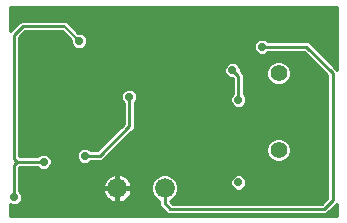
<source format=gbl>
G75*
%MOIN*%
%OFA0B0*%
%FSLAX25Y25*%
%IPPOS*%
%LPD*%
%AMOC8*
5,1,8,0,0,1.08239X$1,22.5*
%
%ADD10C,0.06600*%
%ADD11C,0.05543*%
%ADD12C,0.02800*%
%ADD13C,0.01000*%
%ADD14C,0.00800*%
D10*
X0046091Y0022509D03*
X0061839Y0022509D03*
D11*
X0099831Y0035265D03*
X0099831Y0060855D03*
D12*
X0094320Y0069713D03*
X0084477Y0061839D03*
X0086446Y0051997D03*
X0079556Y0048060D03*
X0098257Y0027391D03*
X0086446Y0024438D03*
X0050028Y0052981D03*
X0044123Y0066761D03*
X0033335Y0071682D03*
X0017548Y0069713D03*
X0017548Y0044123D03*
X0021485Y0031328D03*
X0027391Y0023454D03*
X0035265Y0033296D03*
X0011643Y0019517D03*
D13*
X0010237Y0017176D02*
X0010237Y0013190D01*
X0119347Y0013190D01*
X0119347Y0017392D01*
X0116789Y0014834D01*
X0116789Y0014834D01*
X0115735Y0013780D01*
X0063062Y0013780D01*
X0061094Y0015748D01*
X0060039Y0016802D01*
X0060039Y0018275D01*
X0059234Y0018609D01*
X0057940Y0019903D01*
X0057239Y0021594D01*
X0057239Y0023424D01*
X0057940Y0025114D01*
X0059234Y0026408D01*
X0060924Y0027109D01*
X0062754Y0027109D01*
X0064445Y0026408D01*
X0065739Y0025114D01*
X0066439Y0023424D01*
X0066439Y0021594D01*
X0065739Y0019903D01*
X0064445Y0018609D01*
X0063652Y0018281D01*
X0064553Y0017380D01*
X0114243Y0017380D01*
X0116142Y0019278D01*
X0116142Y0060110D01*
X0108338Y0067913D01*
X0096338Y0067913D01*
X0095849Y0067424D01*
X0094857Y0067013D01*
X0093783Y0067013D01*
X0092790Y0067424D01*
X0092031Y0068184D01*
X0091620Y0069176D01*
X0091620Y0070250D01*
X0092031Y0071243D01*
X0092790Y0072002D01*
X0093783Y0072413D01*
X0094857Y0072413D01*
X0095849Y0072002D01*
X0096338Y0071513D01*
X0109829Y0071513D01*
X0119347Y0061995D01*
X0119347Y0082930D01*
X0010237Y0082930D01*
X0010237Y0074790D01*
X0010897Y0075450D01*
X0013850Y0078403D01*
X0029120Y0078403D01*
X0030175Y0077349D01*
X0030175Y0077207D01*
X0033000Y0074382D01*
X0033872Y0074382D01*
X0034865Y0073971D01*
X0035624Y0073211D01*
X0036035Y0072219D01*
X0036035Y0071145D01*
X0035624Y0070152D01*
X0034865Y0069393D01*
X0033872Y0068982D01*
X0032798Y0068982D01*
X0031806Y0069393D01*
X0031046Y0070152D01*
X0030635Y0071145D01*
X0030635Y0071938D01*
X0027771Y0074803D01*
X0015341Y0074803D01*
X0013443Y0072905D01*
X0013443Y0033128D01*
X0019467Y0033128D01*
X0019956Y0033616D01*
X0020948Y0034028D01*
X0022022Y0034028D01*
X0023014Y0033616D01*
X0023774Y0032857D01*
X0024185Y0031865D01*
X0024185Y0030790D01*
X0023774Y0029798D01*
X0023014Y0029039D01*
X0022022Y0028628D01*
X0020948Y0028628D01*
X0019956Y0029039D01*
X0019467Y0029528D01*
X0013443Y0029528D01*
X0013443Y0021535D01*
X0013931Y0021046D01*
X0014343Y0020054D01*
X0014343Y0018979D01*
X0013931Y0017987D01*
X0013172Y0017228D01*
X0012180Y0016817D01*
X0011105Y0016817D01*
X0010237Y0017176D01*
X0010237Y0016678D02*
X0060164Y0016678D01*
X0060039Y0017676D02*
X0013621Y0017676D01*
X0014216Y0018675D02*
X0043202Y0018675D01*
X0042964Y0018847D02*
X0043576Y0018403D01*
X0044249Y0018060D01*
X0044967Y0017827D01*
X0045714Y0017709D01*
X0045804Y0017709D01*
X0045804Y0022221D01*
X0046379Y0022221D01*
X0046379Y0022796D01*
X0050891Y0022796D01*
X0050891Y0022886D01*
X0050773Y0023633D01*
X0050540Y0024351D01*
X0050197Y0025024D01*
X0049753Y0025636D01*
X0049218Y0026170D01*
X0048607Y0026614D01*
X0047934Y0026957D01*
X0047215Y0027190D01*
X0046469Y0027309D01*
X0046379Y0027309D01*
X0046379Y0022796D01*
X0045804Y0022796D01*
X0045804Y0022221D01*
X0041291Y0022221D01*
X0041291Y0022131D01*
X0041410Y0021385D01*
X0041643Y0020666D01*
X0041986Y0019993D01*
X0042430Y0019382D01*
X0042964Y0018847D01*
X0042218Y0019673D02*
X0014343Y0019673D01*
X0014086Y0020672D02*
X0041641Y0020672D01*
X0041364Y0021670D02*
X0013443Y0021670D01*
X0013443Y0022669D02*
X0045804Y0022669D01*
X0045804Y0022796D02*
X0041291Y0022796D01*
X0041291Y0022886D01*
X0041410Y0023633D01*
X0041643Y0024351D01*
X0041986Y0025024D01*
X0042430Y0025636D01*
X0042964Y0026170D01*
X0043576Y0026614D01*
X0044249Y0026957D01*
X0044967Y0027190D01*
X0045714Y0027309D01*
X0045804Y0027309D01*
X0045804Y0022796D01*
X0046379Y0022669D02*
X0057239Y0022669D01*
X0057239Y0021670D02*
X0050818Y0021670D01*
X0050773Y0021385D02*
X0050891Y0022131D01*
X0050891Y0022221D01*
X0046379Y0022221D01*
X0046379Y0017709D01*
X0046469Y0017709D01*
X0047215Y0017827D01*
X0047934Y0018060D01*
X0048607Y0018403D01*
X0049218Y0018847D01*
X0049753Y0019382D01*
X0050197Y0019993D01*
X0050540Y0020666D01*
X0050773Y0021385D01*
X0050542Y0020672D02*
X0057621Y0020672D01*
X0058169Y0019673D02*
X0049965Y0019673D01*
X0048981Y0018675D02*
X0059168Y0018675D01*
X0061839Y0017548D02*
X0061839Y0022509D01*
X0066058Y0020672D02*
X0116142Y0020672D01*
X0116142Y0021670D02*
X0066439Y0021670D01*
X0066439Y0022669D02*
X0084396Y0022669D01*
X0084157Y0022908D02*
X0084916Y0022149D01*
X0085909Y0021738D01*
X0086983Y0021738D01*
X0087975Y0022149D01*
X0088735Y0022908D01*
X0089146Y0023901D01*
X0089146Y0024975D01*
X0088735Y0025967D01*
X0087975Y0026727D01*
X0086983Y0027138D01*
X0085909Y0027138D01*
X0084916Y0026727D01*
X0084157Y0025967D01*
X0083746Y0024975D01*
X0083746Y0023901D01*
X0084157Y0022908D01*
X0083842Y0023667D02*
X0066338Y0023667D01*
X0065925Y0024666D02*
X0083746Y0024666D01*
X0084031Y0025664D02*
X0065189Y0025664D01*
X0063830Y0026663D02*
X0084852Y0026663D01*
X0088039Y0026663D02*
X0116142Y0026663D01*
X0116142Y0027661D02*
X0013443Y0027661D01*
X0013443Y0026663D02*
X0043672Y0026663D01*
X0042459Y0025664D02*
X0013443Y0025664D01*
X0013443Y0024666D02*
X0041803Y0024666D01*
X0041421Y0023667D02*
X0013443Y0023667D01*
X0011643Y0019517D02*
X0011643Y0030343D01*
X0012627Y0031328D01*
X0021485Y0031328D01*
X0023858Y0032654D02*
X0032608Y0032654D01*
X0032565Y0032759D02*
X0032976Y0031767D01*
X0033735Y0031007D01*
X0034727Y0030596D01*
X0035802Y0030596D01*
X0036794Y0031007D01*
X0037283Y0031496D01*
X0040931Y0031496D01*
X0050774Y0041339D01*
X0051828Y0042393D01*
X0051828Y0050963D01*
X0052317Y0051452D01*
X0052728Y0052444D01*
X0052728Y0053518D01*
X0052317Y0054511D01*
X0051558Y0055270D01*
X0050565Y0055681D01*
X0049491Y0055681D01*
X0048499Y0055270D01*
X0047739Y0054511D01*
X0047328Y0053518D01*
X0047328Y0052444D01*
X0047739Y0051452D01*
X0048228Y0050963D01*
X0048228Y0043884D01*
X0039440Y0035096D01*
X0037283Y0035096D01*
X0036794Y0035585D01*
X0035802Y0035996D01*
X0034727Y0035996D01*
X0033735Y0035585D01*
X0032976Y0034825D01*
X0032565Y0033833D01*
X0032565Y0032759D01*
X0032565Y0033653D02*
X0022927Y0033653D01*
X0020043Y0033653D02*
X0013443Y0033653D01*
X0013443Y0034651D02*
X0032903Y0034651D01*
X0033891Y0035650D02*
X0013443Y0035650D01*
X0013443Y0036648D02*
X0040992Y0036648D01*
X0039994Y0035650D02*
X0036638Y0035650D01*
X0035265Y0033296D02*
X0040186Y0033296D01*
X0050028Y0043139D01*
X0050028Y0052981D01*
X0047667Y0051626D02*
X0013443Y0051626D01*
X0013443Y0052624D02*
X0047328Y0052624D01*
X0047372Y0053623D02*
X0013443Y0053623D01*
X0013443Y0054621D02*
X0047850Y0054621D01*
X0049343Y0055620D02*
X0013443Y0055620D01*
X0013443Y0056618D02*
X0084646Y0056618D01*
X0084646Y0055620D02*
X0050713Y0055620D01*
X0052207Y0054621D02*
X0084646Y0054621D01*
X0084646Y0054015D02*
X0084157Y0053526D01*
X0083746Y0052534D01*
X0083746Y0051460D01*
X0084157Y0050467D01*
X0084916Y0049708D01*
X0085909Y0049297D01*
X0086983Y0049297D01*
X0087975Y0049708D01*
X0088735Y0050467D01*
X0089146Y0051460D01*
X0089146Y0052534D01*
X0088735Y0053526D01*
X0088246Y0054015D01*
X0088246Y0060616D01*
X0087177Y0061685D01*
X0087177Y0062376D01*
X0086766Y0063369D01*
X0086007Y0064128D01*
X0085014Y0064539D01*
X0083940Y0064539D01*
X0082948Y0064128D01*
X0082188Y0063369D01*
X0081777Y0062376D01*
X0081777Y0061302D01*
X0082188Y0060310D01*
X0082948Y0059550D01*
X0083940Y0059139D01*
X0084632Y0059139D01*
X0084646Y0059125D01*
X0084646Y0054015D01*
X0084253Y0053623D02*
X0052685Y0053623D01*
X0052728Y0052624D02*
X0083783Y0052624D01*
X0083746Y0051626D02*
X0052389Y0051626D01*
X0051828Y0050627D02*
X0084091Y0050627D01*
X0085107Y0049629D02*
X0051828Y0049629D01*
X0051828Y0048630D02*
X0116142Y0048630D01*
X0116142Y0047632D02*
X0051828Y0047632D01*
X0051828Y0046633D02*
X0116142Y0046633D01*
X0116142Y0045635D02*
X0051828Y0045635D01*
X0051828Y0044636D02*
X0116142Y0044636D01*
X0116142Y0043638D02*
X0051828Y0043638D01*
X0051828Y0042639D02*
X0116142Y0042639D01*
X0116142Y0041641D02*
X0051076Y0041641D01*
X0050077Y0040642D02*
X0116142Y0040642D01*
X0116142Y0039644D02*
X0049079Y0039644D01*
X0048080Y0038645D02*
X0097454Y0038645D01*
X0097525Y0038716D02*
X0096380Y0037571D01*
X0095760Y0036074D01*
X0095760Y0034455D01*
X0096380Y0032958D01*
X0097525Y0031813D01*
X0099022Y0031193D01*
X0100641Y0031193D01*
X0102138Y0031813D01*
X0103283Y0032958D01*
X0103903Y0034455D01*
X0103903Y0036074D01*
X0103283Y0037571D01*
X0102138Y0038716D01*
X0100641Y0039336D01*
X0099022Y0039336D01*
X0097525Y0038716D01*
X0096455Y0037647D02*
X0047082Y0037647D01*
X0046083Y0036648D02*
X0095997Y0036648D01*
X0095760Y0035650D02*
X0045085Y0035650D01*
X0044086Y0034651D02*
X0095760Y0034651D01*
X0096092Y0033653D02*
X0043088Y0033653D01*
X0042089Y0032654D02*
X0096684Y0032654D01*
X0097905Y0031656D02*
X0041091Y0031656D01*
X0035949Y0030657D02*
X0116142Y0030657D01*
X0116142Y0029659D02*
X0023634Y0029659D01*
X0024130Y0030657D02*
X0034580Y0030657D01*
X0033087Y0031656D02*
X0024185Y0031656D01*
X0022100Y0028660D02*
X0116142Y0028660D01*
X0116142Y0031656D02*
X0101758Y0031656D01*
X0102979Y0032654D02*
X0116142Y0032654D01*
X0116142Y0033653D02*
X0103571Y0033653D01*
X0103903Y0034651D02*
X0116142Y0034651D01*
X0116142Y0035650D02*
X0103903Y0035650D01*
X0103666Y0036648D02*
X0116142Y0036648D01*
X0116142Y0037647D02*
X0103208Y0037647D01*
X0102209Y0038645D02*
X0116142Y0038645D01*
X0116142Y0049629D02*
X0087784Y0049629D01*
X0088801Y0050627D02*
X0116142Y0050627D01*
X0116142Y0051626D02*
X0089146Y0051626D01*
X0089108Y0052624D02*
X0116142Y0052624D01*
X0116142Y0053623D02*
X0088638Y0053623D01*
X0088246Y0054621D02*
X0116142Y0054621D01*
X0116142Y0055620D02*
X0088246Y0055620D01*
X0088246Y0056618D02*
X0116142Y0056618D01*
X0116142Y0057617D02*
X0102351Y0057617D01*
X0102138Y0057403D02*
X0103283Y0058549D01*
X0103903Y0060045D01*
X0103903Y0061665D01*
X0103283Y0063162D01*
X0102138Y0064307D01*
X0100641Y0064927D01*
X0099022Y0064927D01*
X0097525Y0064307D01*
X0096380Y0063162D01*
X0095760Y0061665D01*
X0095760Y0060045D01*
X0096380Y0058549D01*
X0097525Y0057403D01*
X0099022Y0056783D01*
X0100641Y0056783D01*
X0102138Y0057403D01*
X0103311Y0058615D02*
X0116142Y0058615D01*
X0116142Y0059614D02*
X0103724Y0059614D01*
X0103903Y0060612D02*
X0115639Y0060612D01*
X0114640Y0061611D02*
X0103903Y0061611D01*
X0103512Y0062609D02*
X0113642Y0062609D01*
X0112643Y0063608D02*
X0102837Y0063608D01*
X0101415Y0064606D02*
X0111645Y0064606D01*
X0110646Y0065605D02*
X0013443Y0065605D01*
X0013443Y0066603D02*
X0109648Y0066603D01*
X0108649Y0067602D02*
X0096027Y0067602D01*
X0094320Y0069713D02*
X0109083Y0069713D01*
X0117942Y0060855D01*
X0117942Y0018532D01*
X0114989Y0015580D01*
X0063808Y0015580D01*
X0061839Y0017548D01*
X0064257Y0017676D02*
X0114540Y0017676D01*
X0115539Y0018675D02*
X0064511Y0018675D01*
X0065509Y0019673D02*
X0116142Y0019673D01*
X0116142Y0022669D02*
X0088495Y0022669D01*
X0089049Y0023667D02*
X0116142Y0023667D01*
X0116142Y0024666D02*
X0089146Y0024666D01*
X0088860Y0025664D02*
X0116142Y0025664D01*
X0118633Y0016678D02*
X0119347Y0016678D01*
X0119347Y0015679D02*
X0117634Y0015679D01*
X0116636Y0014681D02*
X0119347Y0014681D01*
X0119347Y0013682D02*
X0010237Y0013682D01*
X0010237Y0014681D02*
X0062161Y0014681D01*
X0061162Y0015679D02*
X0010237Y0015679D01*
X0013443Y0028660D02*
X0020870Y0028660D01*
X0012627Y0031328D02*
X0011643Y0032312D01*
X0011643Y0073650D01*
X0014595Y0076603D01*
X0028375Y0076603D01*
X0029936Y0077587D02*
X0119347Y0077587D01*
X0119347Y0076589D02*
X0030794Y0076589D01*
X0031792Y0075590D02*
X0119347Y0075590D01*
X0119347Y0074592D02*
X0032791Y0074592D01*
X0035243Y0073593D02*
X0119347Y0073593D01*
X0119347Y0072594D02*
X0035880Y0072594D01*
X0036035Y0071596D02*
X0092384Y0071596D01*
X0091763Y0070597D02*
X0035809Y0070597D01*
X0035071Y0069599D02*
X0091620Y0069599D01*
X0091858Y0068600D02*
X0013443Y0068600D01*
X0013443Y0067602D02*
X0092613Y0067602D01*
X0096255Y0071596D02*
X0119347Y0071596D01*
X0119347Y0070597D02*
X0110745Y0070597D01*
X0111743Y0069599D02*
X0119347Y0069599D01*
X0119347Y0068600D02*
X0112742Y0068600D01*
X0113740Y0067602D02*
X0119347Y0067602D01*
X0119347Y0066603D02*
X0114739Y0066603D01*
X0115738Y0065605D02*
X0119347Y0065605D01*
X0119347Y0064606D02*
X0116736Y0064606D01*
X0117735Y0063608D02*
X0119347Y0063608D01*
X0119347Y0062609D02*
X0118733Y0062609D01*
X0098248Y0064606D02*
X0013443Y0064606D01*
X0013443Y0063608D02*
X0082427Y0063608D01*
X0081874Y0062609D02*
X0013443Y0062609D01*
X0013443Y0061611D02*
X0081777Y0061611D01*
X0082063Y0060612D02*
X0013443Y0060612D01*
X0013443Y0059614D02*
X0082884Y0059614D01*
X0084646Y0058615D02*
X0013443Y0058615D01*
X0013443Y0057617D02*
X0084646Y0057617D01*
X0086446Y0059871D02*
X0084477Y0061839D01*
X0086527Y0063608D02*
X0096826Y0063608D01*
X0096151Y0062609D02*
X0087081Y0062609D01*
X0087251Y0061611D02*
X0095760Y0061611D01*
X0095760Y0060612D02*
X0088246Y0060612D01*
X0086446Y0059871D02*
X0086446Y0051997D01*
X0088246Y0057617D02*
X0097312Y0057617D01*
X0096352Y0058615D02*
X0088246Y0058615D01*
X0088246Y0059614D02*
X0095939Y0059614D01*
X0119347Y0078586D02*
X0010237Y0078586D01*
X0010237Y0079584D02*
X0119347Y0079584D01*
X0119347Y0080583D02*
X0010237Y0080583D01*
X0010237Y0081581D02*
X0119347Y0081581D01*
X0119347Y0082580D02*
X0010237Y0082580D01*
X0010237Y0077587D02*
X0013034Y0077587D01*
X0012035Y0076589D02*
X0010237Y0076589D01*
X0010237Y0075590D02*
X0011037Y0075590D01*
X0014131Y0073593D02*
X0028981Y0073593D01*
X0029979Y0072594D02*
X0013443Y0072594D01*
X0013443Y0071596D02*
X0030635Y0071596D01*
X0030862Y0070597D02*
X0013443Y0070597D01*
X0013443Y0069599D02*
X0031600Y0069599D01*
X0027982Y0074592D02*
X0015129Y0074592D01*
X0013443Y0050627D02*
X0048228Y0050627D01*
X0048228Y0049629D02*
X0013443Y0049629D01*
X0013443Y0048630D02*
X0048228Y0048630D01*
X0048228Y0047632D02*
X0013443Y0047632D01*
X0013443Y0046633D02*
X0048228Y0046633D01*
X0048228Y0045635D02*
X0013443Y0045635D01*
X0013443Y0044636D02*
X0048228Y0044636D01*
X0047982Y0043638D02*
X0013443Y0043638D01*
X0013443Y0042639D02*
X0046983Y0042639D01*
X0045985Y0041641D02*
X0013443Y0041641D01*
X0013443Y0040642D02*
X0044986Y0040642D01*
X0043988Y0039644D02*
X0013443Y0039644D01*
X0013443Y0038645D02*
X0042989Y0038645D01*
X0041991Y0037647D02*
X0013443Y0037647D01*
X0045804Y0026663D02*
X0046379Y0026663D01*
X0046379Y0025664D02*
X0045804Y0025664D01*
X0045804Y0024666D02*
X0046379Y0024666D01*
X0046379Y0023667D02*
X0045804Y0023667D01*
X0045804Y0021670D02*
X0046379Y0021670D01*
X0046379Y0020672D02*
X0045804Y0020672D01*
X0045804Y0019673D02*
X0046379Y0019673D01*
X0046379Y0018675D02*
X0045804Y0018675D01*
X0050762Y0023667D02*
X0057340Y0023667D01*
X0057754Y0024666D02*
X0050379Y0024666D01*
X0049724Y0025664D02*
X0058490Y0025664D01*
X0059848Y0026663D02*
X0048511Y0026663D01*
D14*
X0033335Y0071682D02*
X0033296Y0071682D01*
X0028375Y0076603D01*
M02*

</source>
